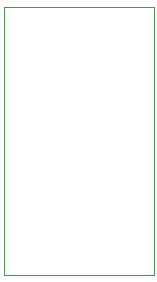
<source format=gbr>
G04 #@! TF.GenerationSoftware,KiCad,Pcbnew,(5.1.2)-1*
G04 #@! TF.CreationDate,2019-10-01T23:09:43-06:00*
G04 #@! TF.ProjectId,signalinkUniversalJumperModule,7369676e-616c-4696-9e6b-556e69766572,rev?*
G04 #@! TF.SameCoordinates,Original*
G04 #@! TF.FileFunction,Profile,NP*
%FSLAX46Y46*%
G04 Gerber Fmt 4.6, Leading zero omitted, Abs format (unit mm)*
G04 Created by KiCad (PCBNEW (5.1.2)-1) date 2019-10-01 23:09:43*
%MOMM*%
%LPD*%
G04 APERTURE LIST*
%ADD10C,0.010000*%
G04 APERTURE END LIST*
D10*
X22860000Y-45593000D02*
X22860000Y-22860000D01*
X35560000Y-45593000D02*
X22860000Y-45593000D01*
X35560000Y-22860000D02*
X35560000Y-45593000D01*
X22860000Y-22860000D02*
X35560000Y-22860000D01*
M02*

</source>
